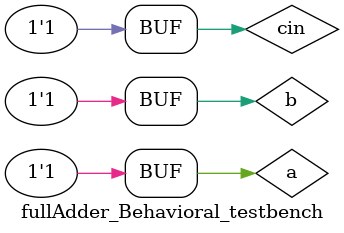
<source format=sv>
`timescale 1ns / 1ps


module fullAdder_Behavioral_testbench();

 logic a, b, cin;
 logic sum, cout;

 // instantiate device under test
 fullAdder_Behavioral dut(a, b, cin, sum, cout); 

 // apply inputs one at a time
 initial begin
 a = 0; b = 0; cin = 0; #10;
 cin = 1; #10;
 b = 1; cin = 0; #10;
 cin = 1; #10;
 a = 1; b = 0; cin = 0; #10;
 cin = 1; #10;
 b = 1; cin = 0; #10;
 cin = 1; #10;
 end
endmodule

</source>
